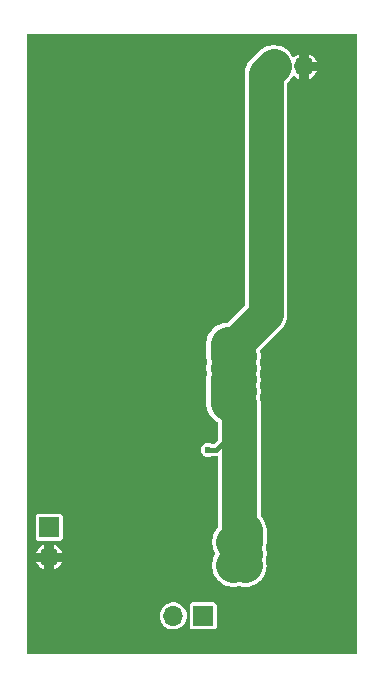
<source format=gbl>
G04 #@! TF.GenerationSoftware,KiCad,Pcbnew,8.0.0*
G04 #@! TF.CreationDate,2024-02-29T15:27:24+11:00*
G04 #@! TF.ProjectId,GingerLight,47696e67-6572-44c6-9967-68742e6b6963,rev?*
G04 #@! TF.SameCoordinates,Original*
G04 #@! TF.FileFunction,Copper,L2,Bot*
G04 #@! TF.FilePolarity,Positive*
%FSLAX46Y46*%
G04 Gerber Fmt 4.6, Leading zero omitted, Abs format (unit mm)*
G04 Created by KiCad (PCBNEW 8.0.0) date 2024-02-29 15:27:24*
%MOMM*%
%LPD*%
G01*
G04 APERTURE LIST*
G04 #@! TA.AperFunction,ComponentPad*
%ADD10R,1.700000X1.700000*%
G04 #@! TD*
G04 #@! TA.AperFunction,ComponentPad*
%ADD11O,1.700000X1.700000*%
G04 #@! TD*
G04 #@! TA.AperFunction,ViaPad*
%ADD12C,0.800000*%
G04 #@! TD*
G04 #@! TA.AperFunction,ViaPad*
%ADD13C,0.600000*%
G04 #@! TD*
G04 #@! TA.AperFunction,Conductor*
%ADD14C,3.000000*%
G04 #@! TD*
G04 #@! TA.AperFunction,Conductor*
%ADD15C,0.381000*%
G04 #@! TD*
G04 APERTURE END LIST*
D10*
G04 #@! TO.P,J3,1,Pin_1*
G04 #@! TO.N,SHDN*
X139400000Y-128515000D03*
D11*
G04 #@! TO.P,J3,2,Pin_2*
G04 #@! TO.N,GND*
X139400000Y-131055000D03*
G04 #@! TD*
D10*
G04 #@! TO.P,J2,1,Pin_1*
G04 #@! TO.N,LED+*
X152445000Y-136020000D03*
D11*
G04 #@! TO.P,J2,2,Pin_2*
G04 #@! TO.N,LED-*
X149905000Y-136020000D03*
G04 #@! TD*
D10*
G04 #@! TO.P,J1,1,Pin_1*
G04 #@! TO.N,VBUS*
X158425000Y-89500000D03*
D11*
G04 #@! TO.P,J1,2,Pin_2*
G04 #@! TO.N,GND*
X160965000Y-89500000D03*
G04 #@! TD*
D12*
G04 #@! TO.N,GND*
X142500000Y-102000000D03*
X161250000Y-132500000D03*
D13*
X153370000Y-128090000D03*
D12*
X146000000Y-92000000D03*
X147250000Y-118000000D03*
X160250000Y-133500000D03*
X151250000Y-114000000D03*
X143750000Y-124750000D03*
X146500000Y-123250000D03*
X161000000Y-121750000D03*
X153000000Y-106000000D03*
D13*
X152620000Y-126690000D03*
D12*
X153000000Y-105000000D03*
X143000000Y-101000000D03*
X155000000Y-96000000D03*
X161250000Y-130500000D03*
X139000000Y-122000000D03*
X154000000Y-103000000D03*
X154000000Y-106000000D03*
D13*
X161000000Y-107500000D03*
D12*
X145500000Y-123250000D03*
X153000000Y-95000000D03*
X158500000Y-128250000D03*
X149500000Y-124500000D03*
X145500000Y-125500000D03*
X141000000Y-92000000D03*
X150250000Y-113000000D03*
X143000000Y-89000000D03*
X140000000Y-138000000D03*
X140500000Y-106000000D03*
X162000000Y-100000000D03*
X160000000Y-98000000D03*
X161000000Y-119750000D03*
X147500000Y-123250000D03*
X146250000Y-113000000D03*
X153000000Y-96000000D03*
X159250000Y-133500000D03*
X141000000Y-91000000D03*
X161000000Y-101000000D03*
X145250000Y-113000000D03*
D13*
X160000000Y-106000000D03*
D12*
X153000000Y-103000000D03*
X143000000Y-117500000D03*
X148000000Y-92000000D03*
X152000000Y-92000000D03*
X151000000Y-100000000D03*
X154000000Y-101000000D03*
X154000000Y-104000000D03*
X143250000Y-113000000D03*
X141000000Y-102000000D03*
X161000000Y-123750000D03*
D13*
X149370000Y-128110000D03*
D12*
X151000000Y-101000000D03*
X155000000Y-99000000D03*
D13*
X143000000Y-132000000D03*
X160000000Y-103000000D03*
D12*
X160000000Y-128250000D03*
X153000000Y-94000000D03*
X147250000Y-114000000D03*
X144250000Y-113000000D03*
X155000000Y-108000000D03*
D13*
X141140000Y-131230000D03*
D12*
X141000000Y-101000000D03*
X141000000Y-99000000D03*
X139000000Y-138000000D03*
X161000000Y-120750000D03*
X160000000Y-99000000D03*
X158250000Y-133500000D03*
D13*
X160000000Y-107000000D03*
D12*
X147250000Y-115000000D03*
X152250000Y-114000000D03*
X153000000Y-97000000D03*
X153000000Y-101000000D03*
X143500000Y-119500000D03*
X148500000Y-125500000D03*
X155000000Y-104000000D03*
X140500000Y-105000000D03*
X161000000Y-126750000D03*
X162000000Y-96000000D03*
X152000000Y-101000000D03*
D13*
X150370000Y-126580000D03*
D12*
X160000000Y-101000000D03*
X153000000Y-100000000D03*
X153000000Y-102000000D03*
X157750000Y-122500000D03*
X161000000Y-88000000D03*
X146500000Y-125500000D03*
X153000000Y-92000000D03*
X161000000Y-122750000D03*
X139000000Y-121000000D03*
X141000000Y-97000000D03*
X159750000Y-122500000D03*
X159750000Y-123500000D03*
X161250000Y-133500000D03*
D13*
X147830000Y-128770000D03*
D12*
X148250000Y-114000000D03*
X147250000Y-116000000D03*
X152000000Y-100000000D03*
X143000000Y-118500000D03*
X146250000Y-117000000D03*
X147000000Y-92000000D03*
X161000000Y-94000000D03*
X140500000Y-111000000D03*
X154000000Y-105000000D03*
X161000000Y-91000000D03*
X151250000Y-113000000D03*
X153000000Y-104000000D03*
X155000000Y-106000000D03*
D13*
X146270000Y-131200000D03*
D12*
X161000000Y-96000000D03*
X146250000Y-114000000D03*
X141000000Y-94000000D03*
X154000000Y-100000000D03*
X150000000Y-92000000D03*
X141000000Y-95000000D03*
D13*
X139380000Y-132510000D03*
X160000000Y-102000000D03*
D12*
X149250000Y-113000000D03*
X155000000Y-103000000D03*
X140500000Y-113000000D03*
X150250000Y-125000000D03*
X141000000Y-98000000D03*
X155000000Y-95000000D03*
X146250000Y-116000000D03*
X140500000Y-112000000D03*
X161000000Y-98000000D03*
X143000000Y-114500000D03*
X140500000Y-109000000D03*
D13*
X160000000Y-104000000D03*
D12*
X141000000Y-89000000D03*
X151000000Y-92000000D03*
X140500000Y-108000000D03*
X162000000Y-99000000D03*
X157750000Y-123500000D03*
X154000000Y-96000000D03*
X142250000Y-113000000D03*
X161000000Y-127750000D03*
X143000000Y-115500000D03*
X154000000Y-95000000D03*
X160000000Y-100000000D03*
X161000000Y-125750000D03*
X153250000Y-124750000D03*
X151250000Y-125000000D03*
X142000000Y-89000000D03*
X152250000Y-113000000D03*
X141000000Y-93000000D03*
X155000000Y-101000000D03*
X145000000Y-92000000D03*
X144000000Y-92000000D03*
X155000000Y-107000000D03*
X152000000Y-133500000D03*
X141000000Y-90000000D03*
X142000000Y-101000000D03*
X153000000Y-99000000D03*
X161000000Y-100000000D03*
X152250000Y-129500000D03*
X140500000Y-104000000D03*
D13*
X144630000Y-132050000D03*
D12*
X157750000Y-124500000D03*
X152250000Y-125000000D03*
D13*
X160000000Y-105000000D03*
D12*
X140500000Y-103000000D03*
X161000000Y-97000000D03*
X154000000Y-99000000D03*
X159750000Y-124500000D03*
X155000000Y-105000000D03*
X149500000Y-125500000D03*
X155000000Y-94000000D03*
X162000000Y-101000000D03*
X141000000Y-138000000D03*
X146500000Y-124250000D03*
X141000000Y-100000000D03*
X143750000Y-125750000D03*
X146250000Y-115000000D03*
X153000000Y-98000000D03*
X161250000Y-131500000D03*
X155000000Y-100000000D03*
X141000000Y-96000000D03*
X143000000Y-116500000D03*
X161000000Y-99000000D03*
X148250000Y-113000000D03*
X161000000Y-124750000D03*
X161250000Y-129500000D03*
X153000000Y-93000000D03*
X161000000Y-95000000D03*
X147250000Y-117000000D03*
X162000000Y-97000000D03*
X162000000Y-95000000D03*
X149000000Y-92000000D03*
X140500000Y-110000000D03*
D13*
X147870000Y-131190000D03*
D12*
X145500000Y-124250000D03*
X153250000Y-123750000D03*
X148500000Y-124000000D03*
X147250000Y-113000000D03*
X140500000Y-107000000D03*
X162000000Y-98000000D03*
G04 #@! TO.N,VBUS*
X155500000Y-113000000D03*
X154500000Y-113000000D03*
X156000000Y-131750000D03*
X155000000Y-130750000D03*
X155000000Y-129750000D03*
X156000000Y-129750000D03*
X155500000Y-118000000D03*
X154500000Y-118000000D03*
X154500000Y-117000000D03*
X155500000Y-115000000D03*
X154500000Y-115000000D03*
X156000000Y-130750000D03*
X155500000Y-114000000D03*
X155000000Y-131750000D03*
X155500000Y-117000000D03*
X154500000Y-114000000D03*
D13*
X152850000Y-121959500D03*
D12*
X155500000Y-116000000D03*
X154500000Y-116000000D03*
G04 #@! TD*
D14*
G04 #@! TO.N,VBUS*
X155500000Y-130250000D02*
X156000000Y-130750000D01*
X155500000Y-129250000D02*
X155000000Y-129750000D01*
X156000000Y-131750000D02*
X155500000Y-131500000D01*
X156000000Y-129750000D02*
X156000000Y-128750000D01*
X156000000Y-130750000D02*
X155000000Y-131750000D01*
X155250000Y-117750000D02*
X155500000Y-118000000D01*
X155250000Y-114710000D02*
X155500000Y-114000000D01*
D15*
X152850000Y-121959500D02*
X153540500Y-121959500D01*
D14*
X155250000Y-115800000D02*
X155500000Y-115000000D01*
X155330000Y-112920000D02*
X155330000Y-112860000D01*
X154500000Y-117000000D02*
X154500000Y-116000000D01*
X155270000Y-115820000D02*
X155250000Y-115800000D01*
X154500000Y-113000000D02*
X155250000Y-113000000D01*
D15*
X155270000Y-120230000D02*
X155270000Y-118310000D01*
D14*
X157750000Y-110500000D02*
X157750000Y-90165000D01*
X155250000Y-117250000D02*
X155250000Y-117750000D01*
X155270000Y-118310000D02*
X154500000Y-118000000D01*
X155250000Y-114790000D02*
X155290000Y-114750000D01*
X155250000Y-116750000D02*
X155500000Y-117000000D01*
X154500000Y-116000000D02*
X155500000Y-116000000D01*
X155250000Y-116500000D02*
X155250000Y-116750000D01*
X155250000Y-118250000D02*
X155250000Y-118290000D01*
X155000000Y-129750000D02*
X155500000Y-130250000D01*
X155250000Y-118290000D02*
X155270000Y-118310000D01*
X155290000Y-114750000D02*
X155250000Y-114710000D01*
X154500000Y-115000000D02*
X155250000Y-114790000D01*
D15*
X152850000Y-121959500D02*
X152830000Y-121979500D01*
D14*
X155390000Y-112860000D02*
X157750000Y-110500000D01*
X155250000Y-113000000D02*
X155330000Y-112920000D01*
X155500000Y-117000000D02*
X155250000Y-117250000D01*
X155330000Y-112860000D02*
X155500000Y-113000000D01*
X155500000Y-113000000D02*
X155390000Y-112860000D01*
X155500000Y-114000000D02*
X154500000Y-114000000D01*
X155500000Y-118000000D02*
X155250000Y-118250000D01*
D15*
X153540500Y-121959500D02*
X155270000Y-120230000D01*
D14*
X155500000Y-115000000D02*
X154500000Y-115000000D01*
X154500000Y-118000000D02*
X154500000Y-117000000D01*
X157750000Y-90165000D02*
X158415000Y-89500000D01*
X154500000Y-114000000D02*
X154500000Y-113000000D01*
X155500000Y-116000000D02*
X155270000Y-115820000D01*
X155000000Y-129750000D02*
X156000000Y-129750000D01*
X156000000Y-128750000D02*
X155000000Y-129750000D01*
X155500000Y-118000000D02*
X155500000Y-129250000D01*
G04 #@! TD*
G04 #@! TA.AperFunction,Conductor*
G04 #@! TO.N,GND*
G36*
X165470755Y-86779245D02*
G01*
X165489500Y-86824500D01*
X165489500Y-139175500D01*
X165470755Y-139220755D01*
X165425500Y-139239500D01*
X137574500Y-139239500D01*
X137529245Y-139220755D01*
X137510500Y-139175500D01*
X137510500Y-136020000D01*
X148749571Y-136020000D01*
X148769244Y-136232310D01*
X148827595Y-136437389D01*
X148890516Y-136563752D01*
X148922632Y-136628252D01*
X149051127Y-136798406D01*
X149208694Y-136942049D01*
X149208696Y-136942050D01*
X149208698Y-136942052D01*
X149333247Y-137019170D01*
X149371354Y-137042765D01*
X149389981Y-137054298D01*
X149489391Y-137092809D01*
X149588804Y-137131322D01*
X149711983Y-137154347D01*
X149798390Y-137170500D01*
X150011610Y-137170500D01*
X150134791Y-137147473D01*
X150221195Y-137131322D01*
X150221198Y-137131321D01*
X150420019Y-137054298D01*
X150601302Y-136942052D01*
X150631132Y-136914858D01*
X151294500Y-136914858D01*
X151294501Y-136914867D01*
X151297415Y-136939993D01*
X151320104Y-136991378D01*
X151342794Y-137042765D01*
X151422235Y-137122206D01*
X151525009Y-137167585D01*
X151550135Y-137170500D01*
X153339864Y-137170499D01*
X153364991Y-137167585D01*
X153467765Y-137122206D01*
X153547206Y-137042765D01*
X153592585Y-136939991D01*
X153595500Y-136914865D01*
X153595499Y-135125136D01*
X153592585Y-135100009D01*
X153547206Y-134997235D01*
X153467765Y-134917794D01*
X153364991Y-134872415D01*
X153339865Y-134869500D01*
X153339863Y-134869500D01*
X151550141Y-134869500D01*
X151550132Y-134869501D01*
X151525006Y-134872415D01*
X151447928Y-134906449D01*
X151422235Y-134917794D01*
X151342794Y-134997235D01*
X151297415Y-135100009D01*
X151294500Y-135125135D01*
X151294500Y-136914858D01*
X150631132Y-136914858D01*
X150758872Y-136798407D01*
X150887366Y-136628255D01*
X150982405Y-136437389D01*
X151040756Y-136232310D01*
X151060429Y-136020000D01*
X151040756Y-135807690D01*
X150982405Y-135602611D01*
X150887366Y-135411745D01*
X150758872Y-135241593D01*
X150601305Y-135097950D01*
X150420020Y-134985702D01*
X150221195Y-134908677D01*
X150011612Y-134869500D01*
X150011610Y-134869500D01*
X149798390Y-134869500D01*
X149798387Y-134869500D01*
X149588804Y-134908677D01*
X149389979Y-134985702D01*
X149208694Y-135097950D01*
X149051127Y-135241593D01*
X148922632Y-135411747D01*
X148827594Y-135602614D01*
X148769244Y-135807688D01*
X148769244Y-135807690D01*
X148749571Y-136020000D01*
X137510500Y-136020000D01*
X137510500Y-131455000D01*
X138318167Y-131455000D01*
X138323062Y-131472204D01*
X138418059Y-131662988D01*
X138546498Y-131833068D01*
X138703997Y-131976649D01*
X138885203Y-132088847D01*
X138999999Y-132133319D01*
X139000000Y-132133319D01*
X139000000Y-131455000D01*
X138318167Y-131455000D01*
X137510500Y-131455000D01*
X137510500Y-131120826D01*
X138900000Y-131120826D01*
X138934075Y-131247993D01*
X138999901Y-131362007D01*
X139092993Y-131455099D01*
X139207007Y-131520925D01*
X139334174Y-131555000D01*
X139465826Y-131555000D01*
X139592993Y-131520925D01*
X139707007Y-131455099D01*
X139707106Y-131455000D01*
X139800000Y-131455000D01*
X139800000Y-132133319D01*
X139914796Y-132088847D01*
X140096002Y-131976649D01*
X140253501Y-131833068D01*
X140381940Y-131662988D01*
X140476937Y-131472204D01*
X140481833Y-131455000D01*
X139800000Y-131455000D01*
X139707106Y-131455000D01*
X139800099Y-131362007D01*
X139865925Y-131247993D01*
X139900000Y-131120826D01*
X139900000Y-130989174D01*
X139865925Y-130862007D01*
X139800099Y-130747993D01*
X139707007Y-130654901D01*
X139592993Y-130589075D01*
X139465826Y-130555000D01*
X139334174Y-130555000D01*
X139207007Y-130589075D01*
X139092993Y-130654901D01*
X138999901Y-130747993D01*
X138934075Y-130862007D01*
X138900000Y-130989174D01*
X138900000Y-131120826D01*
X137510500Y-131120826D01*
X137510500Y-130655000D01*
X138318167Y-130655000D01*
X139000000Y-130655000D01*
X139000000Y-129976680D01*
X138999999Y-129976679D01*
X139800000Y-129976679D01*
X139800000Y-130655000D01*
X140481832Y-130655000D01*
X140476937Y-130637795D01*
X140381940Y-130447011D01*
X140253501Y-130276931D01*
X140096002Y-130133350D01*
X139914796Y-130021152D01*
X139800000Y-129976679D01*
X138999999Y-129976679D01*
X138885203Y-130021152D01*
X138703997Y-130133350D01*
X138546498Y-130276931D01*
X138418059Y-130447011D01*
X138323062Y-130637795D01*
X138318167Y-130655000D01*
X137510500Y-130655000D01*
X137510500Y-129409858D01*
X138249500Y-129409858D01*
X138249501Y-129409867D01*
X138252415Y-129434993D01*
X138275104Y-129486378D01*
X138297794Y-129537765D01*
X138377235Y-129617206D01*
X138480009Y-129662585D01*
X138505135Y-129665500D01*
X140294864Y-129665499D01*
X140319991Y-129662585D01*
X140422765Y-129617206D01*
X140502206Y-129537765D01*
X140547585Y-129434991D01*
X140550500Y-129409865D01*
X140550499Y-127620136D01*
X140547585Y-127595009D01*
X140502206Y-127492235D01*
X140422765Y-127412794D01*
X140319991Y-127367415D01*
X140294865Y-127364500D01*
X140294863Y-127364500D01*
X138505141Y-127364500D01*
X138505132Y-127364501D01*
X138480006Y-127367415D01*
X138402928Y-127401449D01*
X138377235Y-127412794D01*
X138297794Y-127492235D01*
X138252415Y-127595009D01*
X138249500Y-127620135D01*
X138249500Y-129409858D01*
X137510500Y-129409858D01*
X137510500Y-121959503D01*
X152244318Y-121959503D01*
X152264954Y-122116257D01*
X152264957Y-122116266D01*
X152325462Y-122262337D01*
X152325464Y-122262341D01*
X152421718Y-122387782D01*
X152547159Y-122484036D01*
X152693238Y-122544544D01*
X152693239Y-122544544D01*
X152693242Y-122544545D01*
X152849996Y-122565182D01*
X152850000Y-122565182D01*
X152850004Y-122565182D01*
X153006757Y-122544545D01*
X153006758Y-122544544D01*
X153006762Y-122544544D01*
X153152841Y-122484036D01*
X153164427Y-122475145D01*
X153179312Y-122463725D01*
X153218272Y-122450500D01*
X153605139Y-122450500D01*
X153605142Y-122450500D01*
X153618934Y-122446804D01*
X153667499Y-122453197D01*
X153697319Y-122492057D01*
X153699500Y-122508623D01*
X153699500Y-128477699D01*
X153680755Y-128522953D01*
X153643415Y-128560293D01*
X153643407Y-128560302D01*
X153499726Y-128747551D01*
X153381712Y-128951957D01*
X153381711Y-128951957D01*
X153351338Y-129025288D01*
X153351338Y-129025289D01*
X153291393Y-129170006D01*
X153230308Y-129397977D01*
X153230305Y-129397991D01*
X153199500Y-129631983D01*
X153199500Y-129868016D01*
X153230305Y-130102008D01*
X153230308Y-130102022D01*
X153291393Y-130329992D01*
X153307078Y-130367857D01*
X153307078Y-130367858D01*
X153381711Y-130548041D01*
X153381712Y-130548043D01*
X153479836Y-130718000D01*
X153486229Y-130766565D01*
X153479836Y-130782000D01*
X153381712Y-130951956D01*
X153381711Y-130951958D01*
X153291396Y-131170001D01*
X153291395Y-131170004D01*
X153230309Y-131397977D01*
X153230306Y-131397991D01*
X153199500Y-131631982D01*
X153199500Y-131868017D01*
X153230306Y-132102008D01*
X153230309Y-132102022D01*
X153291395Y-132329995D01*
X153291396Y-132329998D01*
X153381711Y-132548041D01*
X153381712Y-132548042D01*
X153381714Y-132548046D01*
X153381716Y-132548050D01*
X153499727Y-132752450D01*
X153643408Y-132939699D01*
X153810301Y-133106592D01*
X153997550Y-133250273D01*
X154201950Y-133368284D01*
X154201956Y-133368286D01*
X154201957Y-133368287D01*
X154201958Y-133368288D01*
X154420001Y-133458603D01*
X154420006Y-133458605D01*
X154522447Y-133486054D01*
X154647977Y-133519690D01*
X154647991Y-133519693D01*
X154803709Y-133540194D01*
X154881983Y-133550499D01*
X154881987Y-133550500D01*
X154881989Y-133550500D01*
X155118013Y-133550500D01*
X155118015Y-133550499D01*
X155216609Y-133537518D01*
X155352001Y-133519694D01*
X155352003Y-133519693D01*
X155352014Y-133519692D01*
X155477549Y-133486054D01*
X155515020Y-133487384D01*
X155523420Y-133490287D01*
X155754645Y-133537603D01*
X155754650Y-133537604D01*
X155990078Y-133554336D01*
X156225676Y-133540194D01*
X156457413Y-133495422D01*
X156681323Y-133420786D01*
X156893576Y-133317561D01*
X157090539Y-133187515D01*
X157268843Y-133032873D01*
X157425436Y-132856282D01*
X157557640Y-132660760D01*
X157663192Y-132449656D01*
X157740287Y-132226580D01*
X157787604Y-131995350D01*
X157804336Y-131759922D01*
X157790194Y-131524324D01*
X157745422Y-131292587D01*
X157736646Y-131266263D01*
X157735543Y-131229459D01*
X157769693Y-131102014D01*
X157800500Y-130868011D01*
X157800500Y-130631989D01*
X157769693Y-130397986D01*
X157734478Y-130266561D01*
X157734478Y-130233436D01*
X157769693Y-130102014D01*
X157800500Y-129868011D01*
X157800500Y-128631989D01*
X157785096Y-128514987D01*
X157769694Y-128397992D01*
X157769693Y-128397990D01*
X157769693Y-128397986D01*
X157768466Y-128393408D01*
X157708606Y-128170006D01*
X157674611Y-128087935D01*
X157618288Y-127951958D01*
X157618285Y-127951953D01*
X157618284Y-127951950D01*
X157500274Y-127747549D01*
X157500272Y-127747546D01*
X157500269Y-127747541D01*
X157356600Y-127560310D01*
X157356597Y-127560307D01*
X157356592Y-127560300D01*
X157356584Y-127560292D01*
X157319245Y-127522952D01*
X157300500Y-127477698D01*
X157300500Y-117881988D01*
X157300499Y-117881983D01*
X157269695Y-117647998D01*
X157269694Y-117647993D01*
X157269693Y-117647986D01*
X157234477Y-117516560D01*
X157234477Y-117483435D01*
X157269692Y-117352014D01*
X157300499Y-117118011D01*
X157300499Y-116881989D01*
X157269692Y-116647986D01*
X157238633Y-116532071D01*
X157234478Y-116516565D01*
X157234478Y-116483436D01*
X157236854Y-116474569D01*
X157237015Y-116473980D01*
X157266251Y-116368894D01*
X157266913Y-116364204D01*
X157268467Y-116356588D01*
X157269693Y-116352014D01*
X157283963Y-116243616D01*
X157283997Y-116243368D01*
X157299291Y-116135196D01*
X157299336Y-116130452D01*
X157299881Y-116122708D01*
X157300500Y-116118011D01*
X157300500Y-116008900D01*
X157300503Y-116008289D01*
X157301545Y-115899183D01*
X157300971Y-115894478D01*
X157300500Y-115886729D01*
X157300500Y-115881987D01*
X157300499Y-115881982D01*
X157286258Y-115773814D01*
X157286181Y-115773207D01*
X157272974Y-115664908D01*
X157272973Y-115664899D01*
X157272971Y-115664891D01*
X157271791Y-115660312D01*
X157270310Y-115652679D01*
X157269693Y-115647986D01*
X157241444Y-115542561D01*
X157241301Y-115542019D01*
X157234862Y-115517037D01*
X157235751Y-115481972D01*
X157253737Y-115424419D01*
X157253740Y-115424407D01*
X157253741Y-115424405D01*
X157259599Y-115390671D01*
X157260830Y-115385085D01*
X157269693Y-115352014D01*
X157280097Y-115272976D01*
X157280491Y-115270398D01*
X157284833Y-115245404D01*
X157294134Y-115191865D01*
X157295540Y-115157658D01*
X157296034Y-115151932D01*
X157297844Y-115138185D01*
X157300500Y-115118011D01*
X157300500Y-115038316D01*
X157300554Y-115035687D01*
X157301591Y-115010463D01*
X157303828Y-114956042D01*
X157300757Y-114921952D01*
X157300500Y-114916212D01*
X157300500Y-114881987D01*
X157300499Y-114881985D01*
X157290091Y-114802933D01*
X157289809Y-114800391D01*
X157282658Y-114720972D01*
X157275164Y-114687575D01*
X157274161Y-114681929D01*
X157272306Y-114667836D01*
X157269693Y-114647986D01*
X157249056Y-114570970D01*
X157248431Y-114568428D01*
X157236912Y-114517091D01*
X157237657Y-114488856D01*
X157237058Y-114488730D01*
X157251411Y-114420602D01*
X157252217Y-114417231D01*
X157269693Y-114352014D01*
X157275754Y-114305967D01*
X157276573Y-114301181D01*
X157286150Y-114255728D01*
X157291329Y-114188371D01*
X157291689Y-114184933D01*
X157300499Y-114118015D01*
X157300500Y-114118013D01*
X157300500Y-114071598D01*
X157300688Y-114066691D01*
X157300775Y-114065558D01*
X157304248Y-114020401D01*
X157304247Y-114020392D01*
X157304248Y-114020391D01*
X157300594Y-113952980D01*
X157300500Y-113949516D01*
X157300500Y-113881987D01*
X157299248Y-113872483D01*
X157294436Y-113835939D01*
X157293987Y-113831092D01*
X157291475Y-113784725D01*
X157279051Y-113718359D01*
X157278508Y-113714951D01*
X157269693Y-113647986D01*
X157257668Y-113603109D01*
X157256594Y-113598383D01*
X157253548Y-113582113D01*
X157263648Y-113534186D01*
X157271196Y-113525093D01*
X159106592Y-111689699D01*
X159250273Y-111502450D01*
X159368284Y-111298050D01*
X159371041Y-111291394D01*
X159426228Y-111158161D01*
X159426228Y-111158160D01*
X159458606Y-111079993D01*
X159519691Y-110852022D01*
X159519694Y-110852008D01*
X159550499Y-110618016D01*
X159550500Y-110618011D01*
X159550500Y-90937300D01*
X159569244Y-90892046D01*
X159771592Y-90689699D01*
X159915273Y-90502450D01*
X160028048Y-90307118D01*
X160066906Y-90277302D01*
X160115471Y-90283695D01*
X160126588Y-90291825D01*
X160268997Y-90421648D01*
X160450203Y-90533847D01*
X160564999Y-90578319D01*
X160565000Y-90578319D01*
X160565000Y-89807106D01*
X160657993Y-89900099D01*
X160772007Y-89965925D01*
X160899174Y-90000000D01*
X161030826Y-90000000D01*
X161157993Y-89965925D01*
X161272007Y-89900099D01*
X161272106Y-89900000D01*
X161365000Y-89900000D01*
X161365000Y-90578319D01*
X161479796Y-90533847D01*
X161661002Y-90421649D01*
X161818501Y-90278068D01*
X161946940Y-90107988D01*
X162041937Y-89917204D01*
X162046833Y-89900000D01*
X161365000Y-89900000D01*
X161272106Y-89900000D01*
X161365099Y-89807007D01*
X161430925Y-89692993D01*
X161465000Y-89565826D01*
X161465000Y-89434174D01*
X161430925Y-89307007D01*
X161365099Y-89192993D01*
X161272007Y-89099901D01*
X161157993Y-89034075D01*
X161030826Y-89000000D01*
X160899174Y-89000000D01*
X160772007Y-89034075D01*
X160657993Y-89099901D01*
X160565000Y-89192894D01*
X160565000Y-88421680D01*
X160564999Y-88421679D01*
X161365000Y-88421679D01*
X161365000Y-89100000D01*
X162046832Y-89100000D01*
X162041937Y-89082795D01*
X161946940Y-88892011D01*
X161818501Y-88721931D01*
X161661002Y-88578350D01*
X161479796Y-88466152D01*
X161365000Y-88421679D01*
X160564999Y-88421679D01*
X160450203Y-88466152D01*
X160268997Y-88578351D01*
X160126589Y-88708174D01*
X160080516Y-88724810D01*
X160036176Y-88703995D01*
X160028046Y-88692878D01*
X159915273Y-88497550D01*
X159771592Y-88310301D01*
X159604699Y-88143408D01*
X159417450Y-87999727D01*
X159213050Y-87881716D01*
X159213046Y-87881714D01*
X159213042Y-87881712D01*
X159213041Y-87881711D01*
X158994998Y-87791396D01*
X158994995Y-87791395D01*
X158767022Y-87730309D01*
X158767008Y-87730306D01*
X158533017Y-87699500D01*
X158533011Y-87699500D01*
X158296989Y-87699500D01*
X158296982Y-87699500D01*
X158062991Y-87730306D01*
X158062977Y-87730309D01*
X157835004Y-87791395D01*
X157835001Y-87791396D01*
X157616958Y-87881711D01*
X157616957Y-87881712D01*
X157412551Y-87999726D01*
X157225302Y-88143407D01*
X156393407Y-88975302D01*
X156249726Y-89162551D01*
X156131715Y-89366951D01*
X156094303Y-89457272D01*
X156041393Y-89585006D01*
X155980308Y-89812977D01*
X155980305Y-89812991D01*
X155949500Y-90046983D01*
X155949500Y-109727699D01*
X155930755Y-109772954D01*
X154522954Y-111180755D01*
X154477699Y-111199500D01*
X154381983Y-111199500D01*
X154147991Y-111230305D01*
X154147977Y-111230308D01*
X153920006Y-111291393D01*
X153701949Y-111381716D01*
X153497547Y-111499728D01*
X153310302Y-111643407D01*
X153143407Y-111810302D01*
X152999728Y-111997547D01*
X152881716Y-112201949D01*
X152791393Y-112420006D01*
X152730308Y-112647977D01*
X152730305Y-112647991D01*
X152699500Y-112881983D01*
X152699500Y-114118016D01*
X152730305Y-114352008D01*
X152730308Y-114352022D01*
X152765352Y-114482805D01*
X152765534Y-114515242D01*
X152758332Y-114543375D01*
X152758151Y-114544066D01*
X152730306Y-114647989D01*
X152729482Y-114654244D01*
X152728034Y-114661739D01*
X152726474Y-114667836D01*
X152726473Y-114667838D01*
X152713635Y-114774581D01*
X152713546Y-114775291D01*
X152699501Y-114881987D01*
X152699500Y-114881992D01*
X152699500Y-114888284D01*
X152699042Y-114895925D01*
X152698290Y-114902173D01*
X152698290Y-114902176D01*
X152699496Y-115009746D01*
X152699500Y-115010463D01*
X152699500Y-115118016D01*
X152700322Y-115124261D01*
X152700865Y-115131884D01*
X152700936Y-115138190D01*
X152716173Y-115244694D01*
X152716270Y-115245404D01*
X152730306Y-115352010D01*
X152731936Y-115358094D01*
X152733470Y-115365586D01*
X152734363Y-115371828D01*
X152763372Y-115475432D01*
X152763561Y-115476123D01*
X152765520Y-115483434D01*
X152765520Y-115516563D01*
X152730307Y-115647981D01*
X152730306Y-115647986D01*
X152699500Y-115881983D01*
X152699500Y-117887114D01*
X152699033Y-117894830D01*
X152698415Y-117899918D01*
X152698414Y-117899921D01*
X152699497Y-118008630D01*
X152699500Y-118009267D01*
X152699500Y-118118010D01*
X152700169Y-118123098D01*
X152700712Y-118130795D01*
X152700763Y-118135922D01*
X152700764Y-118135935D01*
X152716027Y-118243570D01*
X152716113Y-118244201D01*
X152730305Y-118352001D01*
X152730308Y-118352020D01*
X152731636Y-118356976D01*
X152733180Y-118364539D01*
X152733900Y-118369617D01*
X152763062Y-118474272D01*
X152763230Y-118474886D01*
X152791394Y-118579993D01*
X152793357Y-118584732D01*
X152795877Y-118592037D01*
X152797253Y-118596974D01*
X152839883Y-118697062D01*
X152840129Y-118697649D01*
X152881716Y-118798049D01*
X152881719Y-118798055D01*
X152884278Y-118802488D01*
X152887731Y-118809402D01*
X152889741Y-118814121D01*
X152889747Y-118814131D01*
X152889748Y-118814133D01*
X152945032Y-118907724D01*
X152945353Y-118908274D01*
X152999720Y-119002439D01*
X152999722Y-119002443D01*
X153002846Y-119006515D01*
X153007167Y-119012913D01*
X153009780Y-119017336D01*
X153076786Y-119102883D01*
X153077176Y-119103386D01*
X153135291Y-119179121D01*
X153143408Y-119189699D01*
X153143417Y-119189708D01*
X153147035Y-119193327D01*
X153152157Y-119199109D01*
X153155317Y-119203144D01*
X153155321Y-119203148D01*
X153232922Y-119279218D01*
X153233375Y-119279666D01*
X153310300Y-119356591D01*
X153314365Y-119359710D01*
X153320206Y-119364780D01*
X153323396Y-119367908D01*
X153323871Y-119368374D01*
X153410752Y-119433675D01*
X153411260Y-119434060D01*
X153497553Y-119500275D01*
X153497554Y-119500276D01*
X153501980Y-119502831D01*
X153508429Y-119507093D01*
X153512535Y-119510179D01*
X153607268Y-119563622D01*
X153607821Y-119563938D01*
X153633412Y-119578712D01*
X153667499Y-119598392D01*
X153697319Y-119637253D01*
X153699500Y-119653818D01*
X153699500Y-121079611D01*
X153680755Y-121124866D01*
X153355866Y-121449755D01*
X153310611Y-121468500D01*
X153218272Y-121468500D01*
X153179312Y-121455275D01*
X153152844Y-121434966D01*
X153152842Y-121434965D01*
X153152841Y-121434964D01*
X153152839Y-121434963D01*
X153152837Y-121434962D01*
X153006766Y-121374457D01*
X153006757Y-121374454D01*
X152850004Y-121353818D01*
X152849996Y-121353818D01*
X152693242Y-121374454D01*
X152693233Y-121374457D01*
X152547162Y-121434962D01*
X152547159Y-121434964D01*
X152421718Y-121531218D01*
X152325464Y-121656659D01*
X152325462Y-121656662D01*
X152264957Y-121802733D01*
X152264954Y-121802742D01*
X152244318Y-121959496D01*
X152244318Y-121959503D01*
X137510500Y-121959503D01*
X137510500Y-86824500D01*
X137529245Y-86779245D01*
X137574500Y-86760500D01*
X165425500Y-86760500D01*
X165470755Y-86779245D01*
G37*
G04 #@! TD.AperFunction*
G04 #@! TD*
M02*

</source>
